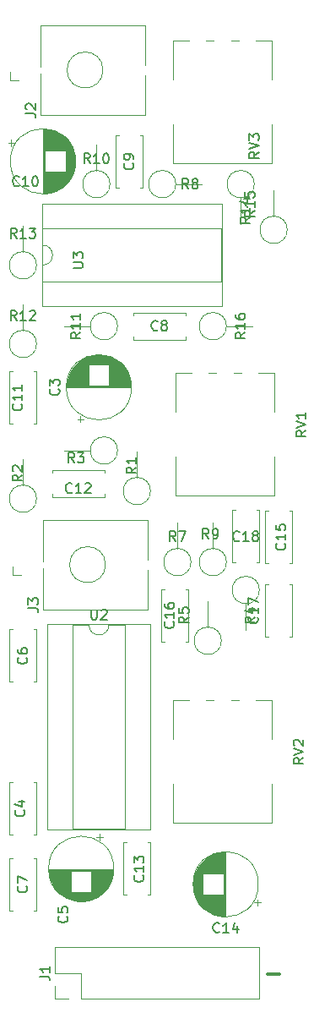
<source format=gbr>
G04 #@! TF.GenerationSoftware,KiCad,Pcbnew,(5.1.0)-1*
G04 #@! TF.CreationDate,2019-04-22T00:29:16-04:00*
G04 #@! TF.ProjectId,delay,64656c61-792e-46b6-9963-61645f706362,rev?*
G04 #@! TF.SameCoordinates,Original*
G04 #@! TF.FileFunction,Legend,Top*
G04 #@! TF.FilePolarity,Positive*
%FSLAX46Y46*%
G04 Gerber Fmt 4.6, Leading zero omitted, Abs format (unit mm)*
G04 Created by KiCad (PCBNEW (5.1.0)-1) date 2019-04-22 00:29:16*
%MOMM*%
%LPD*%
G04 APERTURE LIST*
%ADD10C,0.300000*%
%ADD11C,0.120000*%
%ADD12C,0.150000*%
G04 APERTURE END LIST*
D10*
X79311428Y-145141142D02*
X78168571Y-145141142D01*
D11*
X56836000Y-147634000D02*
X56836000Y-146304000D01*
X58166000Y-147634000D02*
X56836000Y-147634000D01*
X56836000Y-145034000D02*
X56836000Y-142434000D01*
X59436000Y-145034000D02*
X56836000Y-145034000D01*
X59436000Y-147634000D02*
X59436000Y-145034000D01*
X56836000Y-142434000D02*
X77276000Y-142434000D01*
X59436000Y-147634000D02*
X77276000Y-147634000D01*
X77276000Y-147634000D02*
X77276000Y-142434000D01*
X55506000Y-68012000D02*
X55506000Y-78292000D01*
X73526000Y-68012000D02*
X55506000Y-68012000D01*
X73526000Y-78292000D02*
X73526000Y-68012000D01*
X55506000Y-78292000D02*
X73526000Y-78292000D01*
X55566000Y-70502000D02*
X55566000Y-72152000D01*
X73466000Y-70502000D02*
X55566000Y-70502000D01*
X73466000Y-75802000D02*
X73466000Y-70502000D01*
X55566000Y-75802000D02*
X73466000Y-75802000D01*
X55566000Y-74152000D02*
X55566000Y-75802000D01*
X55566000Y-72152000D02*
G75*
G02X55566000Y-74152000I0J-1000000D01*
G01*
X66354000Y-110116000D02*
X56074000Y-110116000D01*
X66354000Y-130676000D02*
X66354000Y-110116000D01*
X56074000Y-130676000D02*
X66354000Y-130676000D01*
X56074000Y-110116000D02*
X56074000Y-130676000D01*
X63864000Y-110176000D02*
X62214000Y-110176000D01*
X63864000Y-130616000D02*
X63864000Y-110176000D01*
X58564000Y-130616000D02*
X63864000Y-130616000D01*
X58564000Y-110176000D02*
X58564000Y-130616000D01*
X60214000Y-110176000D02*
X58564000Y-110176000D01*
X62214000Y-110176000D02*
G75*
G02X60214000Y-110176000I-1000000J0D01*
G01*
X78590000Y-63920000D02*
X68650000Y-63920000D01*
X70250000Y-51680000D02*
X68650000Y-51680000D01*
X72749000Y-51680000D02*
X71990000Y-51680000D01*
X75249000Y-51680000D02*
X74490000Y-51680000D01*
X78590000Y-51680000D02*
X76991000Y-51680000D01*
X68650000Y-60055000D02*
X68650000Y-63920000D01*
X68650000Y-51680000D02*
X68650000Y-55545000D01*
X78590000Y-60055000D02*
X78590000Y-63920000D01*
X78590000Y-51680000D02*
X78590000Y-55545000D01*
X78590000Y-129960000D02*
X68650000Y-129960000D01*
X70250000Y-117720000D02*
X68650000Y-117720000D01*
X72749000Y-117720000D02*
X71990000Y-117720000D01*
X75249000Y-117720000D02*
X74490000Y-117720000D01*
X78590000Y-117720000D02*
X76991000Y-117720000D01*
X68650000Y-126095000D02*
X68650000Y-129960000D01*
X68650000Y-117720000D02*
X68650000Y-121585000D01*
X78590000Y-126095000D02*
X78590000Y-129960000D01*
X78590000Y-117720000D02*
X78590000Y-121585000D01*
X78844000Y-97194000D02*
X68904000Y-97194000D01*
X70504000Y-84954000D02*
X68904000Y-84954000D01*
X73003000Y-84954000D02*
X72244000Y-84954000D01*
X75503000Y-84954000D02*
X74744000Y-84954000D01*
X78844000Y-84954000D02*
X77245000Y-84954000D01*
X68904000Y-93329000D02*
X68904000Y-97194000D01*
X68904000Y-84954000D02*
X68904000Y-88819000D01*
X78844000Y-93329000D02*
X78844000Y-97194000D01*
X78844000Y-84954000D02*
X78844000Y-88819000D01*
X74014000Y-80264000D02*
X76624000Y-80264000D01*
X74014000Y-80264000D02*
G75*
G03X74014000Y-80264000I-1370000J0D01*
G01*
X78740000Y-69242000D02*
X78740000Y-66632000D01*
X80110000Y-70612000D02*
G75*
G03X80110000Y-70612000I-1370000J0D01*
G01*
X75438000Y-67410000D02*
X75438000Y-70020000D01*
X76808000Y-66040000D02*
G75*
G03X76808000Y-66040000I-1370000J0D01*
G01*
X53594000Y-72798000D02*
X53594000Y-70188000D01*
X54964000Y-74168000D02*
G75*
G03X54964000Y-74168000I-1370000J0D01*
G01*
X53594000Y-80672000D02*
X53594000Y-78062000D01*
X54964000Y-82042000D02*
G75*
G03X54964000Y-82042000I-1370000J0D01*
G01*
X60352000Y-80264000D02*
X57742000Y-80264000D01*
X63092000Y-80264000D02*
G75*
G03X63092000Y-80264000I-1370000J0D01*
G01*
X60960000Y-64670000D02*
X60960000Y-62060000D01*
X62330000Y-66040000D02*
G75*
G03X62330000Y-66040000I-1370000J0D01*
G01*
X72644000Y-102516000D02*
X72644000Y-99906000D01*
X74014000Y-103886000D02*
G75*
G03X74014000Y-103886000I-1370000J0D01*
G01*
X68934000Y-66040000D02*
X71544000Y-66040000D01*
X68934000Y-66040000D02*
G75*
G03X68934000Y-66040000I-1370000J0D01*
G01*
X69088000Y-102516000D02*
X69088000Y-99906000D01*
X70458000Y-103886000D02*
G75*
G03X70458000Y-103886000I-1370000J0D01*
G01*
X72136000Y-110390000D02*
X72136000Y-107780000D01*
X73506000Y-111760000D02*
G75*
G03X73506000Y-111760000I-1370000J0D01*
G01*
X75946000Y-108050000D02*
X75946000Y-110660000D01*
X77316000Y-106680000D02*
G75*
G03X77316000Y-106680000I-1370000J0D01*
G01*
X60352000Y-92710000D02*
X57742000Y-92710000D01*
X63092000Y-92710000D02*
G75*
G03X63092000Y-92710000I-1370000J0D01*
G01*
X53594000Y-96166000D02*
X53594000Y-93556000D01*
X54964000Y-97536000D02*
G75*
G03X54964000Y-97536000I-1370000J0D01*
G01*
X65024000Y-95404000D02*
X65024000Y-92794000D01*
X66394000Y-96774000D02*
G75*
G03X66394000Y-96774000I-1370000J0D01*
G01*
X52594000Y-105200000D02*
X52594000Y-104340000D01*
X52594000Y-105200000D02*
X53394000Y-105200000D01*
X61874000Y-104140000D02*
G75*
G03X61874000Y-104140000I-1800000J0D01*
G01*
X55574000Y-104490000D02*
X55574000Y-108640000D01*
X55574000Y-99640000D02*
X55574000Y-103790000D01*
X66074000Y-104640000D02*
X66074000Y-108640000D01*
X66074000Y-99640000D02*
X66074000Y-103640000D01*
X55574000Y-99640000D02*
X66074000Y-99640000D01*
X55574000Y-108640000D02*
X66074000Y-108640000D01*
X52340000Y-55670000D02*
X52340000Y-54810000D01*
X52340000Y-55670000D02*
X53140000Y-55670000D01*
X61620000Y-54610000D02*
G75*
G03X61620000Y-54610000I-1800000J0D01*
G01*
X55320000Y-54960000D02*
X55320000Y-59110000D01*
X55320000Y-50110000D02*
X55320000Y-54260000D01*
X65820000Y-55110000D02*
X65820000Y-59110000D01*
X65820000Y-50110000D02*
X65820000Y-54110000D01*
X55320000Y-50110000D02*
X65820000Y-50110000D01*
X55320000Y-59110000D02*
X65820000Y-59110000D01*
X74891000Y-103926000D02*
X74576000Y-103926000D01*
X77316000Y-103926000D02*
X77001000Y-103926000D01*
X74891000Y-98686000D02*
X74576000Y-98686000D01*
X77316000Y-98686000D02*
X77001000Y-98686000D01*
X74576000Y-98686000D02*
X74576000Y-103926000D01*
X77316000Y-98686000D02*
X77316000Y-103926000D01*
X80303000Y-106132000D02*
X80618000Y-106132000D01*
X77878000Y-106132000D02*
X78193000Y-106132000D01*
X80303000Y-111372000D02*
X80618000Y-111372000D01*
X77878000Y-111372000D02*
X78193000Y-111372000D01*
X80618000Y-111372000D02*
X80618000Y-106132000D01*
X77878000Y-111372000D02*
X77878000Y-106132000D01*
X69889000Y-106640000D02*
X70204000Y-106640000D01*
X67464000Y-106640000D02*
X67779000Y-106640000D01*
X69889000Y-111880000D02*
X70204000Y-111880000D01*
X67464000Y-111880000D02*
X67779000Y-111880000D01*
X70204000Y-111880000D02*
X70204000Y-106640000D01*
X67464000Y-111880000D02*
X67464000Y-106640000D01*
X80303000Y-98766000D02*
X80618000Y-98766000D01*
X77878000Y-98766000D02*
X78193000Y-98766000D01*
X80303000Y-104006000D02*
X80618000Y-104006000D01*
X77878000Y-104006000D02*
X78193000Y-104006000D01*
X80618000Y-104006000D02*
X80618000Y-98766000D01*
X77878000Y-104006000D02*
X77878000Y-98766000D01*
X77119241Y-138298000D02*
X77119241Y-137668000D01*
X77434241Y-137983000D02*
X76804241Y-137983000D01*
X70693000Y-136546000D02*
X70693000Y-135742000D01*
X70733000Y-136777000D02*
X70733000Y-135511000D01*
X70773000Y-136946000D02*
X70773000Y-135342000D01*
X70813000Y-137084000D02*
X70813000Y-135204000D01*
X70853000Y-137203000D02*
X70853000Y-135085000D01*
X70893000Y-137309000D02*
X70893000Y-134979000D01*
X70933000Y-137406000D02*
X70933000Y-134882000D01*
X70973000Y-137494000D02*
X70973000Y-134794000D01*
X71013000Y-137576000D02*
X71013000Y-134712000D01*
X71053000Y-137653000D02*
X71053000Y-134635000D01*
X71093000Y-137725000D02*
X71093000Y-134563000D01*
X71133000Y-137794000D02*
X71133000Y-134494000D01*
X71173000Y-137858000D02*
X71173000Y-134430000D01*
X71213000Y-137920000D02*
X71213000Y-134368000D01*
X71253000Y-137978000D02*
X71253000Y-134310000D01*
X71293000Y-138034000D02*
X71293000Y-134254000D01*
X71333000Y-138088000D02*
X71333000Y-134200000D01*
X71373000Y-138139000D02*
X71373000Y-134149000D01*
X71413000Y-138188000D02*
X71413000Y-134100000D01*
X71453000Y-138236000D02*
X71453000Y-134052000D01*
X71493000Y-138281000D02*
X71493000Y-134007000D01*
X71533000Y-138326000D02*
X71533000Y-133962000D01*
X71573000Y-138368000D02*
X71573000Y-133920000D01*
X71613000Y-138409000D02*
X71613000Y-133879000D01*
X71653000Y-135104000D02*
X71653000Y-133839000D01*
X71653000Y-138449000D02*
X71653000Y-137184000D01*
X71693000Y-135104000D02*
X71693000Y-133801000D01*
X71693000Y-138487000D02*
X71693000Y-137184000D01*
X71733000Y-135104000D02*
X71733000Y-133764000D01*
X71733000Y-138524000D02*
X71733000Y-137184000D01*
X71773000Y-135104000D02*
X71773000Y-133728000D01*
X71773000Y-138560000D02*
X71773000Y-137184000D01*
X71813000Y-135104000D02*
X71813000Y-133694000D01*
X71813000Y-138594000D02*
X71813000Y-137184000D01*
X71853000Y-135104000D02*
X71853000Y-133660000D01*
X71853000Y-138628000D02*
X71853000Y-137184000D01*
X71893000Y-135104000D02*
X71893000Y-133628000D01*
X71893000Y-138660000D02*
X71893000Y-137184000D01*
X71933000Y-135104000D02*
X71933000Y-133596000D01*
X71933000Y-138692000D02*
X71933000Y-137184000D01*
X71973000Y-135104000D02*
X71973000Y-133566000D01*
X71973000Y-138722000D02*
X71973000Y-137184000D01*
X72013000Y-135104000D02*
X72013000Y-133537000D01*
X72013000Y-138751000D02*
X72013000Y-137184000D01*
X72053000Y-135104000D02*
X72053000Y-133508000D01*
X72053000Y-138780000D02*
X72053000Y-137184000D01*
X72093000Y-135104000D02*
X72093000Y-133480000D01*
X72093000Y-138808000D02*
X72093000Y-137184000D01*
X72133000Y-135104000D02*
X72133000Y-133454000D01*
X72133000Y-138834000D02*
X72133000Y-137184000D01*
X72173000Y-135104000D02*
X72173000Y-133428000D01*
X72173000Y-138860000D02*
X72173000Y-137184000D01*
X72213000Y-135104000D02*
X72213000Y-133402000D01*
X72213000Y-138886000D02*
X72213000Y-137184000D01*
X72253000Y-135104000D02*
X72253000Y-133378000D01*
X72253000Y-138910000D02*
X72253000Y-137184000D01*
X72293000Y-135104000D02*
X72293000Y-133354000D01*
X72293000Y-138934000D02*
X72293000Y-137184000D01*
X72333000Y-135104000D02*
X72333000Y-133332000D01*
X72333000Y-138956000D02*
X72333000Y-137184000D01*
X72373000Y-135104000D02*
X72373000Y-133310000D01*
X72373000Y-138978000D02*
X72373000Y-137184000D01*
X72413000Y-135104000D02*
X72413000Y-133288000D01*
X72413000Y-139000000D02*
X72413000Y-137184000D01*
X72453000Y-135104000D02*
X72453000Y-133268000D01*
X72453000Y-139020000D02*
X72453000Y-137184000D01*
X72493000Y-135104000D02*
X72493000Y-133248000D01*
X72493000Y-139040000D02*
X72493000Y-137184000D01*
X72533000Y-135104000D02*
X72533000Y-133228000D01*
X72533000Y-139060000D02*
X72533000Y-137184000D01*
X72573000Y-135104000D02*
X72573000Y-133210000D01*
X72573000Y-139078000D02*
X72573000Y-137184000D01*
X72613000Y-135104000D02*
X72613000Y-133192000D01*
X72613000Y-139096000D02*
X72613000Y-137184000D01*
X72653000Y-135104000D02*
X72653000Y-133174000D01*
X72653000Y-139114000D02*
X72653000Y-137184000D01*
X72693000Y-135104000D02*
X72693000Y-133158000D01*
X72693000Y-139130000D02*
X72693000Y-137184000D01*
X72733000Y-135104000D02*
X72733000Y-133142000D01*
X72733000Y-139146000D02*
X72733000Y-137184000D01*
X72773000Y-135104000D02*
X72773000Y-133126000D01*
X72773000Y-139162000D02*
X72773000Y-137184000D01*
X72813000Y-135104000D02*
X72813000Y-133111000D01*
X72813000Y-139177000D02*
X72813000Y-137184000D01*
X72853000Y-135104000D02*
X72853000Y-133097000D01*
X72853000Y-139191000D02*
X72853000Y-137184000D01*
X72893000Y-135104000D02*
X72893000Y-133083000D01*
X72893000Y-139205000D02*
X72893000Y-137184000D01*
X72933000Y-135104000D02*
X72933000Y-133070000D01*
X72933000Y-139218000D02*
X72933000Y-137184000D01*
X72973000Y-135104000D02*
X72973000Y-133058000D01*
X72973000Y-139230000D02*
X72973000Y-137184000D01*
X73013000Y-135104000D02*
X73013000Y-133046000D01*
X73013000Y-139242000D02*
X73013000Y-137184000D01*
X73053000Y-135104000D02*
X73053000Y-133034000D01*
X73053000Y-139254000D02*
X73053000Y-137184000D01*
X73093000Y-135104000D02*
X73093000Y-133023000D01*
X73093000Y-139265000D02*
X73093000Y-137184000D01*
X73133000Y-135104000D02*
X73133000Y-133013000D01*
X73133000Y-139275000D02*
X73133000Y-137184000D01*
X73173000Y-135104000D02*
X73173000Y-133003000D01*
X73173000Y-139285000D02*
X73173000Y-137184000D01*
X73213000Y-135104000D02*
X73213000Y-132994000D01*
X73213000Y-139294000D02*
X73213000Y-137184000D01*
X73254000Y-135104000D02*
X73254000Y-132985000D01*
X73254000Y-139303000D02*
X73254000Y-137184000D01*
X73294000Y-135104000D02*
X73294000Y-132977000D01*
X73294000Y-139311000D02*
X73294000Y-137184000D01*
X73334000Y-135104000D02*
X73334000Y-132969000D01*
X73334000Y-139319000D02*
X73334000Y-137184000D01*
X73374000Y-135104000D02*
X73374000Y-132962000D01*
X73374000Y-139326000D02*
X73374000Y-137184000D01*
X73414000Y-135104000D02*
X73414000Y-132955000D01*
X73414000Y-139333000D02*
X73414000Y-137184000D01*
X73454000Y-135104000D02*
X73454000Y-132949000D01*
X73454000Y-139339000D02*
X73454000Y-137184000D01*
X73494000Y-135104000D02*
X73494000Y-132943000D01*
X73494000Y-139345000D02*
X73494000Y-137184000D01*
X73534000Y-135104000D02*
X73534000Y-132938000D01*
X73534000Y-139350000D02*
X73534000Y-137184000D01*
X73574000Y-135104000D02*
X73574000Y-132933000D01*
X73574000Y-139355000D02*
X73574000Y-137184000D01*
X73614000Y-135104000D02*
X73614000Y-132929000D01*
X73614000Y-139359000D02*
X73614000Y-137184000D01*
X73654000Y-135104000D02*
X73654000Y-132926000D01*
X73654000Y-139362000D02*
X73654000Y-137184000D01*
X73694000Y-135104000D02*
X73694000Y-132922000D01*
X73694000Y-139366000D02*
X73694000Y-137184000D01*
X73734000Y-139368000D02*
X73734000Y-132920000D01*
X73774000Y-139371000D02*
X73774000Y-132917000D01*
X73814000Y-139372000D02*
X73814000Y-132916000D01*
X73854000Y-139374000D02*
X73854000Y-132914000D01*
X73894000Y-139374000D02*
X73894000Y-132914000D01*
X73934000Y-139374000D02*
X73934000Y-132914000D01*
X77204000Y-136144000D02*
G75*
G03X77204000Y-136144000I-3270000J0D01*
G01*
X63969000Y-137200000D02*
X63654000Y-137200000D01*
X66394000Y-137200000D02*
X66079000Y-137200000D01*
X63969000Y-131960000D02*
X63654000Y-131960000D01*
X66394000Y-131960000D02*
X66079000Y-131960000D01*
X63654000Y-131960000D02*
X63654000Y-137200000D01*
X66394000Y-131960000D02*
X66394000Y-137200000D01*
X61762000Y-97067000D02*
X61762000Y-97382000D01*
X61762000Y-94642000D02*
X61762000Y-94957000D01*
X56522000Y-97067000D02*
X56522000Y-97382000D01*
X56522000Y-94642000D02*
X56522000Y-94957000D01*
X56522000Y-97382000D02*
X61762000Y-97382000D01*
X56522000Y-94642000D02*
X61762000Y-94642000D01*
X54649000Y-84796000D02*
X54964000Y-84796000D01*
X52224000Y-84796000D02*
X52539000Y-84796000D01*
X54649000Y-90036000D02*
X54964000Y-90036000D01*
X52224000Y-90036000D02*
X52539000Y-90036000D01*
X54964000Y-90036000D02*
X54964000Y-84796000D01*
X52224000Y-90036000D02*
X52224000Y-84796000D01*
X52420759Y-61600000D02*
X52420759Y-62230000D01*
X52105759Y-61915000D02*
X52735759Y-61915000D01*
X58847000Y-63352000D02*
X58847000Y-64156000D01*
X58807000Y-63121000D02*
X58807000Y-64387000D01*
X58767000Y-62952000D02*
X58767000Y-64556000D01*
X58727000Y-62814000D02*
X58727000Y-64694000D01*
X58687000Y-62695000D02*
X58687000Y-64813000D01*
X58647000Y-62589000D02*
X58647000Y-64919000D01*
X58607000Y-62492000D02*
X58607000Y-65016000D01*
X58567000Y-62404000D02*
X58567000Y-65104000D01*
X58527000Y-62322000D02*
X58527000Y-65186000D01*
X58487000Y-62245000D02*
X58487000Y-65263000D01*
X58447000Y-62173000D02*
X58447000Y-65335000D01*
X58407000Y-62104000D02*
X58407000Y-65404000D01*
X58367000Y-62040000D02*
X58367000Y-65468000D01*
X58327000Y-61978000D02*
X58327000Y-65530000D01*
X58287000Y-61920000D02*
X58287000Y-65588000D01*
X58247000Y-61864000D02*
X58247000Y-65644000D01*
X58207000Y-61810000D02*
X58207000Y-65698000D01*
X58167000Y-61759000D02*
X58167000Y-65749000D01*
X58127000Y-61710000D02*
X58127000Y-65798000D01*
X58087000Y-61662000D02*
X58087000Y-65846000D01*
X58047000Y-61617000D02*
X58047000Y-65891000D01*
X58007000Y-61572000D02*
X58007000Y-65936000D01*
X57967000Y-61530000D02*
X57967000Y-65978000D01*
X57927000Y-61489000D02*
X57927000Y-66019000D01*
X57887000Y-64794000D02*
X57887000Y-66059000D01*
X57887000Y-61449000D02*
X57887000Y-62714000D01*
X57847000Y-64794000D02*
X57847000Y-66097000D01*
X57847000Y-61411000D02*
X57847000Y-62714000D01*
X57807000Y-64794000D02*
X57807000Y-66134000D01*
X57807000Y-61374000D02*
X57807000Y-62714000D01*
X57767000Y-64794000D02*
X57767000Y-66170000D01*
X57767000Y-61338000D02*
X57767000Y-62714000D01*
X57727000Y-64794000D02*
X57727000Y-66204000D01*
X57727000Y-61304000D02*
X57727000Y-62714000D01*
X57687000Y-64794000D02*
X57687000Y-66238000D01*
X57687000Y-61270000D02*
X57687000Y-62714000D01*
X57647000Y-64794000D02*
X57647000Y-66270000D01*
X57647000Y-61238000D02*
X57647000Y-62714000D01*
X57607000Y-64794000D02*
X57607000Y-66302000D01*
X57607000Y-61206000D02*
X57607000Y-62714000D01*
X57567000Y-64794000D02*
X57567000Y-66332000D01*
X57567000Y-61176000D02*
X57567000Y-62714000D01*
X57527000Y-64794000D02*
X57527000Y-66361000D01*
X57527000Y-61147000D02*
X57527000Y-62714000D01*
X57487000Y-64794000D02*
X57487000Y-66390000D01*
X57487000Y-61118000D02*
X57487000Y-62714000D01*
X57447000Y-64794000D02*
X57447000Y-66418000D01*
X57447000Y-61090000D02*
X57447000Y-62714000D01*
X57407000Y-64794000D02*
X57407000Y-66444000D01*
X57407000Y-61064000D02*
X57407000Y-62714000D01*
X57367000Y-64794000D02*
X57367000Y-66470000D01*
X57367000Y-61038000D02*
X57367000Y-62714000D01*
X57327000Y-64794000D02*
X57327000Y-66496000D01*
X57327000Y-61012000D02*
X57327000Y-62714000D01*
X57287000Y-64794000D02*
X57287000Y-66520000D01*
X57287000Y-60988000D02*
X57287000Y-62714000D01*
X57247000Y-64794000D02*
X57247000Y-66544000D01*
X57247000Y-60964000D02*
X57247000Y-62714000D01*
X57207000Y-64794000D02*
X57207000Y-66566000D01*
X57207000Y-60942000D02*
X57207000Y-62714000D01*
X57167000Y-64794000D02*
X57167000Y-66588000D01*
X57167000Y-60920000D02*
X57167000Y-62714000D01*
X57127000Y-64794000D02*
X57127000Y-66610000D01*
X57127000Y-60898000D02*
X57127000Y-62714000D01*
X57087000Y-64794000D02*
X57087000Y-66630000D01*
X57087000Y-60878000D02*
X57087000Y-62714000D01*
X57047000Y-64794000D02*
X57047000Y-66650000D01*
X57047000Y-60858000D02*
X57047000Y-62714000D01*
X57007000Y-64794000D02*
X57007000Y-66670000D01*
X57007000Y-60838000D02*
X57007000Y-62714000D01*
X56967000Y-64794000D02*
X56967000Y-66688000D01*
X56967000Y-60820000D02*
X56967000Y-62714000D01*
X56927000Y-64794000D02*
X56927000Y-66706000D01*
X56927000Y-60802000D02*
X56927000Y-62714000D01*
X56887000Y-64794000D02*
X56887000Y-66724000D01*
X56887000Y-60784000D02*
X56887000Y-62714000D01*
X56847000Y-64794000D02*
X56847000Y-66740000D01*
X56847000Y-60768000D02*
X56847000Y-62714000D01*
X56807000Y-64794000D02*
X56807000Y-66756000D01*
X56807000Y-60752000D02*
X56807000Y-62714000D01*
X56767000Y-64794000D02*
X56767000Y-66772000D01*
X56767000Y-60736000D02*
X56767000Y-62714000D01*
X56727000Y-64794000D02*
X56727000Y-66787000D01*
X56727000Y-60721000D02*
X56727000Y-62714000D01*
X56687000Y-64794000D02*
X56687000Y-66801000D01*
X56687000Y-60707000D02*
X56687000Y-62714000D01*
X56647000Y-64794000D02*
X56647000Y-66815000D01*
X56647000Y-60693000D02*
X56647000Y-62714000D01*
X56607000Y-64794000D02*
X56607000Y-66828000D01*
X56607000Y-60680000D02*
X56607000Y-62714000D01*
X56567000Y-64794000D02*
X56567000Y-66840000D01*
X56567000Y-60668000D02*
X56567000Y-62714000D01*
X56527000Y-64794000D02*
X56527000Y-66852000D01*
X56527000Y-60656000D02*
X56527000Y-62714000D01*
X56487000Y-64794000D02*
X56487000Y-66864000D01*
X56487000Y-60644000D02*
X56487000Y-62714000D01*
X56447000Y-64794000D02*
X56447000Y-66875000D01*
X56447000Y-60633000D02*
X56447000Y-62714000D01*
X56407000Y-64794000D02*
X56407000Y-66885000D01*
X56407000Y-60623000D02*
X56407000Y-62714000D01*
X56367000Y-64794000D02*
X56367000Y-66895000D01*
X56367000Y-60613000D02*
X56367000Y-62714000D01*
X56327000Y-64794000D02*
X56327000Y-66904000D01*
X56327000Y-60604000D02*
X56327000Y-62714000D01*
X56286000Y-64794000D02*
X56286000Y-66913000D01*
X56286000Y-60595000D02*
X56286000Y-62714000D01*
X56246000Y-64794000D02*
X56246000Y-66921000D01*
X56246000Y-60587000D02*
X56246000Y-62714000D01*
X56206000Y-64794000D02*
X56206000Y-66929000D01*
X56206000Y-60579000D02*
X56206000Y-62714000D01*
X56166000Y-64794000D02*
X56166000Y-66936000D01*
X56166000Y-60572000D02*
X56166000Y-62714000D01*
X56126000Y-64794000D02*
X56126000Y-66943000D01*
X56126000Y-60565000D02*
X56126000Y-62714000D01*
X56086000Y-64794000D02*
X56086000Y-66949000D01*
X56086000Y-60559000D02*
X56086000Y-62714000D01*
X56046000Y-64794000D02*
X56046000Y-66955000D01*
X56046000Y-60553000D02*
X56046000Y-62714000D01*
X56006000Y-64794000D02*
X56006000Y-66960000D01*
X56006000Y-60548000D02*
X56006000Y-62714000D01*
X55966000Y-64794000D02*
X55966000Y-66965000D01*
X55966000Y-60543000D02*
X55966000Y-62714000D01*
X55926000Y-64794000D02*
X55926000Y-66969000D01*
X55926000Y-60539000D02*
X55926000Y-62714000D01*
X55886000Y-64794000D02*
X55886000Y-66972000D01*
X55886000Y-60536000D02*
X55886000Y-62714000D01*
X55846000Y-64794000D02*
X55846000Y-66976000D01*
X55846000Y-60532000D02*
X55846000Y-62714000D01*
X55806000Y-60530000D02*
X55806000Y-66978000D01*
X55766000Y-60527000D02*
X55766000Y-66981000D01*
X55726000Y-60526000D02*
X55726000Y-66982000D01*
X55686000Y-60524000D02*
X55686000Y-66984000D01*
X55646000Y-60524000D02*
X55646000Y-66984000D01*
X55606000Y-60524000D02*
X55606000Y-66984000D01*
X58876000Y-63754000D02*
G75*
G03X58876000Y-63754000I-3270000J0D01*
G01*
X65317000Y-61174000D02*
X65632000Y-61174000D01*
X62892000Y-61174000D02*
X63207000Y-61174000D01*
X65317000Y-66414000D02*
X65632000Y-66414000D01*
X62892000Y-66414000D02*
X63207000Y-66414000D01*
X65632000Y-66414000D02*
X65632000Y-61174000D01*
X62892000Y-66414000D02*
X62892000Y-61174000D01*
X69890000Y-81319000D02*
X69890000Y-81634000D01*
X69890000Y-78894000D02*
X69890000Y-79209000D01*
X64650000Y-81319000D02*
X64650000Y-81634000D01*
X64650000Y-78894000D02*
X64650000Y-79209000D01*
X64650000Y-81634000D02*
X69890000Y-81634000D01*
X64650000Y-78894000D02*
X69890000Y-78894000D01*
X54649000Y-133564000D02*
X54964000Y-133564000D01*
X52224000Y-133564000D02*
X52539000Y-133564000D01*
X54649000Y-138804000D02*
X54964000Y-138804000D01*
X52224000Y-138804000D02*
X52539000Y-138804000D01*
X54964000Y-138804000D02*
X54964000Y-133564000D01*
X52224000Y-138804000D02*
X52224000Y-133564000D01*
X52539000Y-115864000D02*
X52224000Y-115864000D01*
X54964000Y-115864000D02*
X54649000Y-115864000D01*
X52539000Y-110624000D02*
X52224000Y-110624000D01*
X54964000Y-110624000D02*
X54649000Y-110624000D01*
X52224000Y-110624000D02*
X52224000Y-115864000D01*
X54964000Y-110624000D02*
X54964000Y-115864000D01*
X61590000Y-131414759D02*
X60960000Y-131414759D01*
X61275000Y-131099759D02*
X61275000Y-131729759D01*
X59838000Y-137841000D02*
X59034000Y-137841000D01*
X60069000Y-137801000D02*
X58803000Y-137801000D01*
X60238000Y-137761000D02*
X58634000Y-137761000D01*
X60376000Y-137721000D02*
X58496000Y-137721000D01*
X60495000Y-137681000D02*
X58377000Y-137681000D01*
X60601000Y-137641000D02*
X58271000Y-137641000D01*
X60698000Y-137601000D02*
X58174000Y-137601000D01*
X60786000Y-137561000D02*
X58086000Y-137561000D01*
X60868000Y-137521000D02*
X58004000Y-137521000D01*
X60945000Y-137481000D02*
X57927000Y-137481000D01*
X61017000Y-137441000D02*
X57855000Y-137441000D01*
X61086000Y-137401000D02*
X57786000Y-137401000D01*
X61150000Y-137361000D02*
X57722000Y-137361000D01*
X61212000Y-137321000D02*
X57660000Y-137321000D01*
X61270000Y-137281000D02*
X57602000Y-137281000D01*
X61326000Y-137241000D02*
X57546000Y-137241000D01*
X61380000Y-137201000D02*
X57492000Y-137201000D01*
X61431000Y-137161000D02*
X57441000Y-137161000D01*
X61480000Y-137121000D02*
X57392000Y-137121000D01*
X61528000Y-137081000D02*
X57344000Y-137081000D01*
X61573000Y-137041000D02*
X57299000Y-137041000D01*
X61618000Y-137001000D02*
X57254000Y-137001000D01*
X61660000Y-136961000D02*
X57212000Y-136961000D01*
X61701000Y-136921000D02*
X57171000Y-136921000D01*
X58396000Y-136881000D02*
X57131000Y-136881000D01*
X61741000Y-136881000D02*
X60476000Y-136881000D01*
X58396000Y-136841000D02*
X57093000Y-136841000D01*
X61779000Y-136841000D02*
X60476000Y-136841000D01*
X58396000Y-136801000D02*
X57056000Y-136801000D01*
X61816000Y-136801000D02*
X60476000Y-136801000D01*
X58396000Y-136761000D02*
X57020000Y-136761000D01*
X61852000Y-136761000D02*
X60476000Y-136761000D01*
X58396000Y-136721000D02*
X56986000Y-136721000D01*
X61886000Y-136721000D02*
X60476000Y-136721000D01*
X58396000Y-136681000D02*
X56952000Y-136681000D01*
X61920000Y-136681000D02*
X60476000Y-136681000D01*
X58396000Y-136641000D02*
X56920000Y-136641000D01*
X61952000Y-136641000D02*
X60476000Y-136641000D01*
X58396000Y-136601000D02*
X56888000Y-136601000D01*
X61984000Y-136601000D02*
X60476000Y-136601000D01*
X58396000Y-136561000D02*
X56858000Y-136561000D01*
X62014000Y-136561000D02*
X60476000Y-136561000D01*
X58396000Y-136521000D02*
X56829000Y-136521000D01*
X62043000Y-136521000D02*
X60476000Y-136521000D01*
X58396000Y-136481000D02*
X56800000Y-136481000D01*
X62072000Y-136481000D02*
X60476000Y-136481000D01*
X58396000Y-136441000D02*
X56772000Y-136441000D01*
X62100000Y-136441000D02*
X60476000Y-136441000D01*
X58396000Y-136401000D02*
X56746000Y-136401000D01*
X62126000Y-136401000D02*
X60476000Y-136401000D01*
X58396000Y-136361000D02*
X56720000Y-136361000D01*
X62152000Y-136361000D02*
X60476000Y-136361000D01*
X58396000Y-136321000D02*
X56694000Y-136321000D01*
X62178000Y-136321000D02*
X60476000Y-136321000D01*
X58396000Y-136281000D02*
X56670000Y-136281000D01*
X62202000Y-136281000D02*
X60476000Y-136281000D01*
X58396000Y-136241000D02*
X56646000Y-136241000D01*
X62226000Y-136241000D02*
X60476000Y-136241000D01*
X58396000Y-136201000D02*
X56624000Y-136201000D01*
X62248000Y-136201000D02*
X60476000Y-136201000D01*
X58396000Y-136161000D02*
X56602000Y-136161000D01*
X62270000Y-136161000D02*
X60476000Y-136161000D01*
X58396000Y-136121000D02*
X56580000Y-136121000D01*
X62292000Y-136121000D02*
X60476000Y-136121000D01*
X58396000Y-136081000D02*
X56560000Y-136081000D01*
X62312000Y-136081000D02*
X60476000Y-136081000D01*
X58396000Y-136041000D02*
X56540000Y-136041000D01*
X62332000Y-136041000D02*
X60476000Y-136041000D01*
X58396000Y-136001000D02*
X56520000Y-136001000D01*
X62352000Y-136001000D02*
X60476000Y-136001000D01*
X58396000Y-135961000D02*
X56502000Y-135961000D01*
X62370000Y-135961000D02*
X60476000Y-135961000D01*
X58396000Y-135921000D02*
X56484000Y-135921000D01*
X62388000Y-135921000D02*
X60476000Y-135921000D01*
X58396000Y-135881000D02*
X56466000Y-135881000D01*
X62406000Y-135881000D02*
X60476000Y-135881000D01*
X58396000Y-135841000D02*
X56450000Y-135841000D01*
X62422000Y-135841000D02*
X60476000Y-135841000D01*
X58396000Y-135801000D02*
X56434000Y-135801000D01*
X62438000Y-135801000D02*
X60476000Y-135801000D01*
X58396000Y-135761000D02*
X56418000Y-135761000D01*
X62454000Y-135761000D02*
X60476000Y-135761000D01*
X58396000Y-135721000D02*
X56403000Y-135721000D01*
X62469000Y-135721000D02*
X60476000Y-135721000D01*
X58396000Y-135681000D02*
X56389000Y-135681000D01*
X62483000Y-135681000D02*
X60476000Y-135681000D01*
X58396000Y-135641000D02*
X56375000Y-135641000D01*
X62497000Y-135641000D02*
X60476000Y-135641000D01*
X58396000Y-135601000D02*
X56362000Y-135601000D01*
X62510000Y-135601000D02*
X60476000Y-135601000D01*
X58396000Y-135561000D02*
X56350000Y-135561000D01*
X62522000Y-135561000D02*
X60476000Y-135561000D01*
X58396000Y-135521000D02*
X56338000Y-135521000D01*
X62534000Y-135521000D02*
X60476000Y-135521000D01*
X58396000Y-135481000D02*
X56326000Y-135481000D01*
X62546000Y-135481000D02*
X60476000Y-135481000D01*
X58396000Y-135441000D02*
X56315000Y-135441000D01*
X62557000Y-135441000D02*
X60476000Y-135441000D01*
X58396000Y-135401000D02*
X56305000Y-135401000D01*
X62567000Y-135401000D02*
X60476000Y-135401000D01*
X58396000Y-135361000D02*
X56295000Y-135361000D01*
X62577000Y-135361000D02*
X60476000Y-135361000D01*
X58396000Y-135321000D02*
X56286000Y-135321000D01*
X62586000Y-135321000D02*
X60476000Y-135321000D01*
X58396000Y-135280000D02*
X56277000Y-135280000D01*
X62595000Y-135280000D02*
X60476000Y-135280000D01*
X58396000Y-135240000D02*
X56269000Y-135240000D01*
X62603000Y-135240000D02*
X60476000Y-135240000D01*
X58396000Y-135200000D02*
X56261000Y-135200000D01*
X62611000Y-135200000D02*
X60476000Y-135200000D01*
X58396000Y-135160000D02*
X56254000Y-135160000D01*
X62618000Y-135160000D02*
X60476000Y-135160000D01*
X58396000Y-135120000D02*
X56247000Y-135120000D01*
X62625000Y-135120000D02*
X60476000Y-135120000D01*
X58396000Y-135080000D02*
X56241000Y-135080000D01*
X62631000Y-135080000D02*
X60476000Y-135080000D01*
X58396000Y-135040000D02*
X56235000Y-135040000D01*
X62637000Y-135040000D02*
X60476000Y-135040000D01*
X58396000Y-135000000D02*
X56230000Y-135000000D01*
X62642000Y-135000000D02*
X60476000Y-135000000D01*
X58396000Y-134960000D02*
X56225000Y-134960000D01*
X62647000Y-134960000D02*
X60476000Y-134960000D01*
X58396000Y-134920000D02*
X56221000Y-134920000D01*
X62651000Y-134920000D02*
X60476000Y-134920000D01*
X58396000Y-134880000D02*
X56218000Y-134880000D01*
X62654000Y-134880000D02*
X60476000Y-134880000D01*
X58396000Y-134840000D02*
X56214000Y-134840000D01*
X62658000Y-134840000D02*
X60476000Y-134840000D01*
X62660000Y-134800000D02*
X56212000Y-134800000D01*
X62663000Y-134760000D02*
X56209000Y-134760000D01*
X62664000Y-134720000D02*
X56208000Y-134720000D01*
X62666000Y-134680000D02*
X56206000Y-134680000D01*
X62666000Y-134640000D02*
X56206000Y-134640000D01*
X62666000Y-134600000D02*
X56206000Y-134600000D01*
X62706000Y-134600000D02*
G75*
G03X62706000Y-134600000I-3270000J0D01*
G01*
X54649000Y-125944000D02*
X54964000Y-125944000D01*
X52224000Y-125944000D02*
X52539000Y-125944000D01*
X54649000Y-131184000D02*
X54964000Y-131184000D01*
X52224000Y-131184000D02*
X52539000Y-131184000D01*
X54964000Y-131184000D02*
X54964000Y-125944000D01*
X52224000Y-131184000D02*
X52224000Y-125944000D01*
X59060000Y-89565241D02*
X59690000Y-89565241D01*
X59375000Y-89880241D02*
X59375000Y-89250241D01*
X60812000Y-83139000D02*
X61616000Y-83139000D01*
X60581000Y-83179000D02*
X61847000Y-83179000D01*
X60412000Y-83219000D02*
X62016000Y-83219000D01*
X60274000Y-83259000D02*
X62154000Y-83259000D01*
X60155000Y-83299000D02*
X62273000Y-83299000D01*
X60049000Y-83339000D02*
X62379000Y-83339000D01*
X59952000Y-83379000D02*
X62476000Y-83379000D01*
X59864000Y-83419000D02*
X62564000Y-83419000D01*
X59782000Y-83459000D02*
X62646000Y-83459000D01*
X59705000Y-83499000D02*
X62723000Y-83499000D01*
X59633000Y-83539000D02*
X62795000Y-83539000D01*
X59564000Y-83579000D02*
X62864000Y-83579000D01*
X59500000Y-83619000D02*
X62928000Y-83619000D01*
X59438000Y-83659000D02*
X62990000Y-83659000D01*
X59380000Y-83699000D02*
X63048000Y-83699000D01*
X59324000Y-83739000D02*
X63104000Y-83739000D01*
X59270000Y-83779000D02*
X63158000Y-83779000D01*
X59219000Y-83819000D02*
X63209000Y-83819000D01*
X59170000Y-83859000D02*
X63258000Y-83859000D01*
X59122000Y-83899000D02*
X63306000Y-83899000D01*
X59077000Y-83939000D02*
X63351000Y-83939000D01*
X59032000Y-83979000D02*
X63396000Y-83979000D01*
X58990000Y-84019000D02*
X63438000Y-84019000D01*
X58949000Y-84059000D02*
X63479000Y-84059000D01*
X62254000Y-84099000D02*
X63519000Y-84099000D01*
X58909000Y-84099000D02*
X60174000Y-84099000D01*
X62254000Y-84139000D02*
X63557000Y-84139000D01*
X58871000Y-84139000D02*
X60174000Y-84139000D01*
X62254000Y-84179000D02*
X63594000Y-84179000D01*
X58834000Y-84179000D02*
X60174000Y-84179000D01*
X62254000Y-84219000D02*
X63630000Y-84219000D01*
X58798000Y-84219000D02*
X60174000Y-84219000D01*
X62254000Y-84259000D02*
X63664000Y-84259000D01*
X58764000Y-84259000D02*
X60174000Y-84259000D01*
X62254000Y-84299000D02*
X63698000Y-84299000D01*
X58730000Y-84299000D02*
X60174000Y-84299000D01*
X62254000Y-84339000D02*
X63730000Y-84339000D01*
X58698000Y-84339000D02*
X60174000Y-84339000D01*
X62254000Y-84379000D02*
X63762000Y-84379000D01*
X58666000Y-84379000D02*
X60174000Y-84379000D01*
X62254000Y-84419000D02*
X63792000Y-84419000D01*
X58636000Y-84419000D02*
X60174000Y-84419000D01*
X62254000Y-84459000D02*
X63821000Y-84459000D01*
X58607000Y-84459000D02*
X60174000Y-84459000D01*
X62254000Y-84499000D02*
X63850000Y-84499000D01*
X58578000Y-84499000D02*
X60174000Y-84499000D01*
X62254000Y-84539000D02*
X63878000Y-84539000D01*
X58550000Y-84539000D02*
X60174000Y-84539000D01*
X62254000Y-84579000D02*
X63904000Y-84579000D01*
X58524000Y-84579000D02*
X60174000Y-84579000D01*
X62254000Y-84619000D02*
X63930000Y-84619000D01*
X58498000Y-84619000D02*
X60174000Y-84619000D01*
X62254000Y-84659000D02*
X63956000Y-84659000D01*
X58472000Y-84659000D02*
X60174000Y-84659000D01*
X62254000Y-84699000D02*
X63980000Y-84699000D01*
X58448000Y-84699000D02*
X60174000Y-84699000D01*
X62254000Y-84739000D02*
X64004000Y-84739000D01*
X58424000Y-84739000D02*
X60174000Y-84739000D01*
X62254000Y-84779000D02*
X64026000Y-84779000D01*
X58402000Y-84779000D02*
X60174000Y-84779000D01*
X62254000Y-84819000D02*
X64048000Y-84819000D01*
X58380000Y-84819000D02*
X60174000Y-84819000D01*
X62254000Y-84859000D02*
X64070000Y-84859000D01*
X58358000Y-84859000D02*
X60174000Y-84859000D01*
X62254000Y-84899000D02*
X64090000Y-84899000D01*
X58338000Y-84899000D02*
X60174000Y-84899000D01*
X62254000Y-84939000D02*
X64110000Y-84939000D01*
X58318000Y-84939000D02*
X60174000Y-84939000D01*
X62254000Y-84979000D02*
X64130000Y-84979000D01*
X58298000Y-84979000D02*
X60174000Y-84979000D01*
X62254000Y-85019000D02*
X64148000Y-85019000D01*
X58280000Y-85019000D02*
X60174000Y-85019000D01*
X62254000Y-85059000D02*
X64166000Y-85059000D01*
X58262000Y-85059000D02*
X60174000Y-85059000D01*
X62254000Y-85099000D02*
X64184000Y-85099000D01*
X58244000Y-85099000D02*
X60174000Y-85099000D01*
X62254000Y-85139000D02*
X64200000Y-85139000D01*
X58228000Y-85139000D02*
X60174000Y-85139000D01*
X62254000Y-85179000D02*
X64216000Y-85179000D01*
X58212000Y-85179000D02*
X60174000Y-85179000D01*
X62254000Y-85219000D02*
X64232000Y-85219000D01*
X58196000Y-85219000D02*
X60174000Y-85219000D01*
X62254000Y-85259000D02*
X64247000Y-85259000D01*
X58181000Y-85259000D02*
X60174000Y-85259000D01*
X62254000Y-85299000D02*
X64261000Y-85299000D01*
X58167000Y-85299000D02*
X60174000Y-85299000D01*
X62254000Y-85339000D02*
X64275000Y-85339000D01*
X58153000Y-85339000D02*
X60174000Y-85339000D01*
X62254000Y-85379000D02*
X64288000Y-85379000D01*
X58140000Y-85379000D02*
X60174000Y-85379000D01*
X62254000Y-85419000D02*
X64300000Y-85419000D01*
X58128000Y-85419000D02*
X60174000Y-85419000D01*
X62254000Y-85459000D02*
X64312000Y-85459000D01*
X58116000Y-85459000D02*
X60174000Y-85459000D01*
X62254000Y-85499000D02*
X64324000Y-85499000D01*
X58104000Y-85499000D02*
X60174000Y-85499000D01*
X62254000Y-85539000D02*
X64335000Y-85539000D01*
X58093000Y-85539000D02*
X60174000Y-85539000D01*
X62254000Y-85579000D02*
X64345000Y-85579000D01*
X58083000Y-85579000D02*
X60174000Y-85579000D01*
X62254000Y-85619000D02*
X64355000Y-85619000D01*
X58073000Y-85619000D02*
X60174000Y-85619000D01*
X62254000Y-85659000D02*
X64364000Y-85659000D01*
X58064000Y-85659000D02*
X60174000Y-85659000D01*
X62254000Y-85700000D02*
X64373000Y-85700000D01*
X58055000Y-85700000D02*
X60174000Y-85700000D01*
X62254000Y-85740000D02*
X64381000Y-85740000D01*
X58047000Y-85740000D02*
X60174000Y-85740000D01*
X62254000Y-85780000D02*
X64389000Y-85780000D01*
X58039000Y-85780000D02*
X60174000Y-85780000D01*
X62254000Y-85820000D02*
X64396000Y-85820000D01*
X58032000Y-85820000D02*
X60174000Y-85820000D01*
X62254000Y-85860000D02*
X64403000Y-85860000D01*
X58025000Y-85860000D02*
X60174000Y-85860000D01*
X62254000Y-85900000D02*
X64409000Y-85900000D01*
X58019000Y-85900000D02*
X60174000Y-85900000D01*
X62254000Y-85940000D02*
X64415000Y-85940000D01*
X58013000Y-85940000D02*
X60174000Y-85940000D01*
X62254000Y-85980000D02*
X64420000Y-85980000D01*
X58008000Y-85980000D02*
X60174000Y-85980000D01*
X62254000Y-86020000D02*
X64425000Y-86020000D01*
X58003000Y-86020000D02*
X60174000Y-86020000D01*
X62254000Y-86060000D02*
X64429000Y-86060000D01*
X57999000Y-86060000D02*
X60174000Y-86060000D01*
X62254000Y-86100000D02*
X64432000Y-86100000D01*
X57996000Y-86100000D02*
X60174000Y-86100000D01*
X62254000Y-86140000D02*
X64436000Y-86140000D01*
X57992000Y-86140000D02*
X60174000Y-86140000D01*
X57990000Y-86180000D02*
X64438000Y-86180000D01*
X57987000Y-86220000D02*
X64441000Y-86220000D01*
X57986000Y-86260000D02*
X64442000Y-86260000D01*
X57984000Y-86300000D02*
X64444000Y-86300000D01*
X57984000Y-86340000D02*
X64444000Y-86340000D01*
X57984000Y-86380000D02*
X64444000Y-86380000D01*
X64484000Y-86380000D02*
G75*
G03X64484000Y-86380000I-3270000J0D01*
G01*
D12*
X55288380Y-145367333D02*
X56002666Y-145367333D01*
X56145523Y-145414952D01*
X56240761Y-145510190D01*
X56288380Y-145653047D01*
X56288380Y-145748285D01*
X56288380Y-144367333D02*
X56288380Y-144938761D01*
X56288380Y-144653047D02*
X55288380Y-144653047D01*
X55431238Y-144748285D01*
X55526476Y-144843523D01*
X55574095Y-144938761D01*
X58634380Y-74421904D02*
X59443904Y-74421904D01*
X59539142Y-74374285D01*
X59586761Y-74326666D01*
X59634380Y-74231428D01*
X59634380Y-74040952D01*
X59586761Y-73945714D01*
X59539142Y-73898095D01*
X59443904Y-73850476D01*
X58634380Y-73850476D01*
X58634380Y-73469523D02*
X58634380Y-72850476D01*
X59015333Y-73183809D01*
X59015333Y-73040952D01*
X59062952Y-72945714D01*
X59110571Y-72898095D01*
X59205809Y-72850476D01*
X59443904Y-72850476D01*
X59539142Y-72898095D01*
X59586761Y-72945714D01*
X59634380Y-73040952D01*
X59634380Y-73326666D01*
X59586761Y-73421904D01*
X59539142Y-73469523D01*
X60452095Y-108628380D02*
X60452095Y-109437904D01*
X60499714Y-109533142D01*
X60547333Y-109580761D01*
X60642571Y-109628380D01*
X60833047Y-109628380D01*
X60928285Y-109580761D01*
X60975904Y-109533142D01*
X61023523Y-109437904D01*
X61023523Y-108628380D01*
X61452095Y-108723619D02*
X61499714Y-108676000D01*
X61594952Y-108628380D01*
X61833047Y-108628380D01*
X61928285Y-108676000D01*
X61975904Y-108723619D01*
X62023523Y-108818857D01*
X62023523Y-108914095D01*
X61975904Y-109056952D01*
X61404476Y-109628380D01*
X62023523Y-109628380D01*
X77287380Y-62825238D02*
X76811190Y-63158571D01*
X77287380Y-63396666D02*
X76287380Y-63396666D01*
X76287380Y-63015714D01*
X76335000Y-62920476D01*
X76382619Y-62872857D01*
X76477857Y-62825238D01*
X76620714Y-62825238D01*
X76715952Y-62872857D01*
X76763571Y-62920476D01*
X76811190Y-63015714D01*
X76811190Y-63396666D01*
X76287380Y-62539523D02*
X77287380Y-62206190D01*
X76287380Y-61872857D01*
X76287380Y-61634761D02*
X76287380Y-61015714D01*
X76668333Y-61349047D01*
X76668333Y-61206190D01*
X76715952Y-61110952D01*
X76763571Y-61063333D01*
X76858809Y-61015714D01*
X77096904Y-61015714D01*
X77192142Y-61063333D01*
X77239761Y-61110952D01*
X77287380Y-61206190D01*
X77287380Y-61491904D01*
X77239761Y-61587142D01*
X77192142Y-61634761D01*
X81722380Y-123485238D02*
X81246190Y-123818571D01*
X81722380Y-124056666D02*
X80722380Y-124056666D01*
X80722380Y-123675714D01*
X80770000Y-123580476D01*
X80817619Y-123532857D01*
X80912857Y-123485238D01*
X81055714Y-123485238D01*
X81150952Y-123532857D01*
X81198571Y-123580476D01*
X81246190Y-123675714D01*
X81246190Y-124056666D01*
X80722380Y-123199523D02*
X81722380Y-122866190D01*
X80722380Y-122532857D01*
X80817619Y-122247142D02*
X80770000Y-122199523D01*
X80722380Y-122104285D01*
X80722380Y-121866190D01*
X80770000Y-121770952D01*
X80817619Y-121723333D01*
X80912857Y-121675714D01*
X81008095Y-121675714D01*
X81150952Y-121723333D01*
X81722380Y-122294761D01*
X81722380Y-121675714D01*
X81976380Y-90719238D02*
X81500190Y-91052571D01*
X81976380Y-91290666D02*
X80976380Y-91290666D01*
X80976380Y-90909714D01*
X81024000Y-90814476D01*
X81071619Y-90766857D01*
X81166857Y-90719238D01*
X81309714Y-90719238D01*
X81404952Y-90766857D01*
X81452571Y-90814476D01*
X81500190Y-90909714D01*
X81500190Y-91290666D01*
X80976380Y-90433523D02*
X81976380Y-90100190D01*
X80976380Y-89766857D01*
X81976380Y-88909714D02*
X81976380Y-89481142D01*
X81976380Y-89195428D02*
X80976380Y-89195428D01*
X81119238Y-89290666D01*
X81214476Y-89385904D01*
X81262095Y-89481142D01*
X75890380Y-80906857D02*
X75414190Y-81240190D01*
X75890380Y-81478285D02*
X74890380Y-81478285D01*
X74890380Y-81097333D01*
X74938000Y-81002095D01*
X74985619Y-80954476D01*
X75080857Y-80906857D01*
X75223714Y-80906857D01*
X75318952Y-80954476D01*
X75366571Y-81002095D01*
X75414190Y-81097333D01*
X75414190Y-81478285D01*
X75890380Y-79954476D02*
X75890380Y-80525904D01*
X75890380Y-80240190D02*
X74890380Y-80240190D01*
X75033238Y-80335428D01*
X75128476Y-80430666D01*
X75176095Y-80525904D01*
X74890380Y-79097333D02*
X74890380Y-79287809D01*
X74938000Y-79383047D01*
X74985619Y-79430666D01*
X75128476Y-79525904D01*
X75318952Y-79573523D01*
X75699904Y-79573523D01*
X75795142Y-79525904D01*
X75842761Y-79478285D01*
X75890380Y-79383047D01*
X75890380Y-79192571D01*
X75842761Y-79097333D01*
X75795142Y-79049714D01*
X75699904Y-79002095D01*
X75461809Y-79002095D01*
X75366571Y-79049714D01*
X75318952Y-79097333D01*
X75271333Y-79192571D01*
X75271333Y-79383047D01*
X75318952Y-79478285D01*
X75366571Y-79525904D01*
X75461809Y-79573523D01*
X76822380Y-68714857D02*
X76346190Y-69048190D01*
X76822380Y-69286285D02*
X75822380Y-69286285D01*
X75822380Y-68905333D01*
X75870000Y-68810095D01*
X75917619Y-68762476D01*
X76012857Y-68714857D01*
X76155714Y-68714857D01*
X76250952Y-68762476D01*
X76298571Y-68810095D01*
X76346190Y-68905333D01*
X76346190Y-69286285D01*
X76822380Y-67762476D02*
X76822380Y-68333904D01*
X76822380Y-68048190D02*
X75822380Y-68048190D01*
X75965238Y-68143428D01*
X76060476Y-68238666D01*
X76108095Y-68333904D01*
X75822380Y-66857714D02*
X75822380Y-67333904D01*
X76298571Y-67381523D01*
X76250952Y-67333904D01*
X76203333Y-67238666D01*
X76203333Y-67000571D01*
X76250952Y-66905333D01*
X76298571Y-66857714D01*
X76393809Y-66810095D01*
X76631904Y-66810095D01*
X76727142Y-66857714D01*
X76774761Y-66905333D01*
X76822380Y-67000571D01*
X76822380Y-67238666D01*
X76774761Y-67333904D01*
X76727142Y-67381523D01*
X76398380Y-69349857D02*
X75922190Y-69683190D01*
X76398380Y-69921285D02*
X75398380Y-69921285D01*
X75398380Y-69540333D01*
X75446000Y-69445095D01*
X75493619Y-69397476D01*
X75588857Y-69349857D01*
X75731714Y-69349857D01*
X75826952Y-69397476D01*
X75874571Y-69445095D01*
X75922190Y-69540333D01*
X75922190Y-69921285D01*
X76398380Y-68397476D02*
X76398380Y-68968904D01*
X76398380Y-68683190D02*
X75398380Y-68683190D01*
X75541238Y-68778428D01*
X75636476Y-68873666D01*
X75684095Y-68968904D01*
X75731714Y-67540333D02*
X76398380Y-67540333D01*
X75350761Y-67778428D02*
X76065047Y-68016523D01*
X76065047Y-67397476D01*
X52951142Y-71445380D02*
X52617809Y-70969190D01*
X52379714Y-71445380D02*
X52379714Y-70445380D01*
X52760666Y-70445380D01*
X52855904Y-70493000D01*
X52903523Y-70540619D01*
X52951142Y-70635857D01*
X52951142Y-70778714D01*
X52903523Y-70873952D01*
X52855904Y-70921571D01*
X52760666Y-70969190D01*
X52379714Y-70969190D01*
X53903523Y-71445380D02*
X53332095Y-71445380D01*
X53617809Y-71445380D02*
X53617809Y-70445380D01*
X53522571Y-70588238D01*
X53427333Y-70683476D01*
X53332095Y-70731095D01*
X54236857Y-70445380D02*
X54855904Y-70445380D01*
X54522571Y-70826333D01*
X54665428Y-70826333D01*
X54760666Y-70873952D01*
X54808285Y-70921571D01*
X54855904Y-71016809D01*
X54855904Y-71254904D01*
X54808285Y-71350142D01*
X54760666Y-71397761D01*
X54665428Y-71445380D01*
X54379714Y-71445380D01*
X54284476Y-71397761D01*
X54236857Y-71350142D01*
X52951142Y-79700380D02*
X52617809Y-79224190D01*
X52379714Y-79700380D02*
X52379714Y-78700380D01*
X52760666Y-78700380D01*
X52855904Y-78748000D01*
X52903523Y-78795619D01*
X52951142Y-78890857D01*
X52951142Y-79033714D01*
X52903523Y-79128952D01*
X52855904Y-79176571D01*
X52760666Y-79224190D01*
X52379714Y-79224190D01*
X53903523Y-79700380D02*
X53332095Y-79700380D01*
X53617809Y-79700380D02*
X53617809Y-78700380D01*
X53522571Y-78843238D01*
X53427333Y-78938476D01*
X53332095Y-78986095D01*
X54284476Y-78795619D02*
X54332095Y-78748000D01*
X54427333Y-78700380D01*
X54665428Y-78700380D01*
X54760666Y-78748000D01*
X54808285Y-78795619D01*
X54855904Y-78890857D01*
X54855904Y-78986095D01*
X54808285Y-79128952D01*
X54236857Y-79700380D01*
X54855904Y-79700380D01*
X59380380Y-80906857D02*
X58904190Y-81240190D01*
X59380380Y-81478285D02*
X58380380Y-81478285D01*
X58380380Y-81097333D01*
X58428000Y-81002095D01*
X58475619Y-80954476D01*
X58570857Y-80906857D01*
X58713714Y-80906857D01*
X58808952Y-80954476D01*
X58856571Y-81002095D01*
X58904190Y-81097333D01*
X58904190Y-81478285D01*
X59380380Y-79954476D02*
X59380380Y-80525904D01*
X59380380Y-80240190D02*
X58380380Y-80240190D01*
X58523238Y-80335428D01*
X58618476Y-80430666D01*
X58666095Y-80525904D01*
X59380380Y-79002095D02*
X59380380Y-79573523D01*
X59380380Y-79287809D02*
X58380380Y-79287809D01*
X58523238Y-79383047D01*
X58618476Y-79478285D01*
X58666095Y-79573523D01*
X60317142Y-63952380D02*
X59983809Y-63476190D01*
X59745714Y-63952380D02*
X59745714Y-62952380D01*
X60126666Y-62952380D01*
X60221904Y-63000000D01*
X60269523Y-63047619D01*
X60317142Y-63142857D01*
X60317142Y-63285714D01*
X60269523Y-63380952D01*
X60221904Y-63428571D01*
X60126666Y-63476190D01*
X59745714Y-63476190D01*
X61269523Y-63952380D02*
X60698095Y-63952380D01*
X60983809Y-63952380D02*
X60983809Y-62952380D01*
X60888571Y-63095238D01*
X60793333Y-63190476D01*
X60698095Y-63238095D01*
X61888571Y-62952380D02*
X61983809Y-62952380D01*
X62079047Y-63000000D01*
X62126666Y-63047619D01*
X62174285Y-63142857D01*
X62221904Y-63333333D01*
X62221904Y-63571428D01*
X62174285Y-63761904D01*
X62126666Y-63857142D01*
X62079047Y-63904761D01*
X61983809Y-63952380D01*
X61888571Y-63952380D01*
X61793333Y-63904761D01*
X61745714Y-63857142D01*
X61698095Y-63761904D01*
X61650476Y-63571428D01*
X61650476Y-63333333D01*
X61698095Y-63142857D01*
X61745714Y-63047619D01*
X61793333Y-63000000D01*
X61888571Y-62952380D01*
X72223333Y-101544380D02*
X71890000Y-101068190D01*
X71651904Y-101544380D02*
X71651904Y-100544380D01*
X72032857Y-100544380D01*
X72128095Y-100592000D01*
X72175714Y-100639619D01*
X72223333Y-100734857D01*
X72223333Y-100877714D01*
X72175714Y-100972952D01*
X72128095Y-101020571D01*
X72032857Y-101068190D01*
X71651904Y-101068190D01*
X72699523Y-101544380D02*
X72890000Y-101544380D01*
X72985238Y-101496761D01*
X73032857Y-101449142D01*
X73128095Y-101306285D01*
X73175714Y-101115809D01*
X73175714Y-100734857D01*
X73128095Y-100639619D01*
X73080476Y-100592000D01*
X72985238Y-100544380D01*
X72794761Y-100544380D01*
X72699523Y-100592000D01*
X72651904Y-100639619D01*
X72604285Y-100734857D01*
X72604285Y-100972952D01*
X72651904Y-101068190D01*
X72699523Y-101115809D01*
X72794761Y-101163428D01*
X72985238Y-101163428D01*
X73080476Y-101115809D01*
X73128095Y-101068190D01*
X73175714Y-100972952D01*
X70191333Y-66492380D02*
X69858000Y-66016190D01*
X69619904Y-66492380D02*
X69619904Y-65492380D01*
X70000857Y-65492380D01*
X70096095Y-65540000D01*
X70143714Y-65587619D01*
X70191333Y-65682857D01*
X70191333Y-65825714D01*
X70143714Y-65920952D01*
X70096095Y-65968571D01*
X70000857Y-66016190D01*
X69619904Y-66016190D01*
X70762761Y-65920952D02*
X70667523Y-65873333D01*
X70619904Y-65825714D01*
X70572285Y-65730476D01*
X70572285Y-65682857D01*
X70619904Y-65587619D01*
X70667523Y-65540000D01*
X70762761Y-65492380D01*
X70953238Y-65492380D01*
X71048476Y-65540000D01*
X71096095Y-65587619D01*
X71143714Y-65682857D01*
X71143714Y-65730476D01*
X71096095Y-65825714D01*
X71048476Y-65873333D01*
X70953238Y-65920952D01*
X70762761Y-65920952D01*
X70667523Y-65968571D01*
X70619904Y-66016190D01*
X70572285Y-66111428D01*
X70572285Y-66301904D01*
X70619904Y-66397142D01*
X70667523Y-66444761D01*
X70762761Y-66492380D01*
X70953238Y-66492380D01*
X71048476Y-66444761D01*
X71096095Y-66397142D01*
X71143714Y-66301904D01*
X71143714Y-66111428D01*
X71096095Y-66016190D01*
X71048476Y-65968571D01*
X70953238Y-65920952D01*
X68921333Y-101798380D02*
X68588000Y-101322190D01*
X68349904Y-101798380D02*
X68349904Y-100798380D01*
X68730857Y-100798380D01*
X68826095Y-100846000D01*
X68873714Y-100893619D01*
X68921333Y-100988857D01*
X68921333Y-101131714D01*
X68873714Y-101226952D01*
X68826095Y-101274571D01*
X68730857Y-101322190D01*
X68349904Y-101322190D01*
X69254666Y-100798380D02*
X69921333Y-100798380D01*
X69492761Y-101798380D01*
X70218380Y-109386666D02*
X69742190Y-109720000D01*
X70218380Y-109958095D02*
X69218380Y-109958095D01*
X69218380Y-109577142D01*
X69266000Y-109481904D01*
X69313619Y-109434285D01*
X69408857Y-109386666D01*
X69551714Y-109386666D01*
X69646952Y-109434285D01*
X69694571Y-109481904D01*
X69742190Y-109577142D01*
X69742190Y-109958095D01*
X69218380Y-108481904D02*
X69218380Y-108958095D01*
X69694571Y-109005714D01*
X69646952Y-108958095D01*
X69599333Y-108862857D01*
X69599333Y-108624761D01*
X69646952Y-108529523D01*
X69694571Y-108481904D01*
X69789809Y-108434285D01*
X70027904Y-108434285D01*
X70123142Y-108481904D01*
X70170761Y-108529523D01*
X70218380Y-108624761D01*
X70218380Y-108862857D01*
X70170761Y-108958095D01*
X70123142Y-109005714D01*
X76906380Y-109386666D02*
X76430190Y-109720000D01*
X76906380Y-109958095D02*
X75906380Y-109958095D01*
X75906380Y-109577142D01*
X75954000Y-109481904D01*
X76001619Y-109434285D01*
X76096857Y-109386666D01*
X76239714Y-109386666D01*
X76334952Y-109434285D01*
X76382571Y-109481904D01*
X76430190Y-109577142D01*
X76430190Y-109958095D01*
X76239714Y-108529523D02*
X76906380Y-108529523D01*
X75858761Y-108767619D02*
X76573047Y-109005714D01*
X76573047Y-108386666D01*
X58761333Y-93924380D02*
X58428000Y-93448190D01*
X58189904Y-93924380D02*
X58189904Y-92924380D01*
X58570857Y-92924380D01*
X58666095Y-92972000D01*
X58713714Y-93019619D01*
X58761333Y-93114857D01*
X58761333Y-93257714D01*
X58713714Y-93352952D01*
X58666095Y-93400571D01*
X58570857Y-93448190D01*
X58189904Y-93448190D01*
X59094666Y-92924380D02*
X59713714Y-92924380D01*
X59380380Y-93305333D01*
X59523238Y-93305333D01*
X59618476Y-93352952D01*
X59666095Y-93400571D01*
X59713714Y-93495809D01*
X59713714Y-93733904D01*
X59666095Y-93829142D01*
X59618476Y-93876761D01*
X59523238Y-93924380D01*
X59237523Y-93924380D01*
X59142285Y-93876761D01*
X59094666Y-93829142D01*
X53538380Y-95162666D02*
X53062190Y-95496000D01*
X53538380Y-95734095D02*
X52538380Y-95734095D01*
X52538380Y-95353142D01*
X52586000Y-95257904D01*
X52633619Y-95210285D01*
X52728857Y-95162666D01*
X52871714Y-95162666D01*
X52966952Y-95210285D01*
X53014571Y-95257904D01*
X53062190Y-95353142D01*
X53062190Y-95734095D01*
X52633619Y-94781714D02*
X52586000Y-94734095D01*
X52538380Y-94638857D01*
X52538380Y-94400761D01*
X52586000Y-94305523D01*
X52633619Y-94257904D01*
X52728857Y-94210285D01*
X52824095Y-94210285D01*
X52966952Y-94257904D01*
X53538380Y-94829333D01*
X53538380Y-94210285D01*
X64968380Y-94400666D02*
X64492190Y-94734000D01*
X64968380Y-94972095D02*
X63968380Y-94972095D01*
X63968380Y-94591142D01*
X64016000Y-94495904D01*
X64063619Y-94448285D01*
X64158857Y-94400666D01*
X64301714Y-94400666D01*
X64396952Y-94448285D01*
X64444571Y-94495904D01*
X64492190Y-94591142D01*
X64492190Y-94972095D01*
X64968380Y-93448285D02*
X64968380Y-94019714D01*
X64968380Y-93734000D02*
X63968380Y-93734000D01*
X64111238Y-93829238D01*
X64206476Y-93924476D01*
X64254095Y-94019714D01*
X54126380Y-108503333D02*
X54840666Y-108503333D01*
X54983523Y-108550952D01*
X55078761Y-108646190D01*
X55126380Y-108789047D01*
X55126380Y-108884285D01*
X54126380Y-108122380D02*
X54126380Y-107503333D01*
X54507333Y-107836666D01*
X54507333Y-107693809D01*
X54554952Y-107598571D01*
X54602571Y-107550952D01*
X54697809Y-107503333D01*
X54935904Y-107503333D01*
X55031142Y-107550952D01*
X55078761Y-107598571D01*
X55126380Y-107693809D01*
X55126380Y-107979523D01*
X55078761Y-108074761D01*
X55031142Y-108122380D01*
X53872380Y-58973333D02*
X54586666Y-58973333D01*
X54729523Y-59020952D01*
X54824761Y-59116190D01*
X54872380Y-59259047D01*
X54872380Y-59354285D01*
X53967619Y-58544761D02*
X53920000Y-58497142D01*
X53872380Y-58401904D01*
X53872380Y-58163809D01*
X53920000Y-58068571D01*
X53967619Y-58020952D01*
X54062857Y-57973333D01*
X54158095Y-57973333D01*
X54300952Y-58020952D01*
X54872380Y-58592380D01*
X54872380Y-57973333D01*
X75303142Y-101703142D02*
X75255523Y-101750761D01*
X75112666Y-101798380D01*
X75017428Y-101798380D01*
X74874571Y-101750761D01*
X74779333Y-101655523D01*
X74731714Y-101560285D01*
X74684095Y-101369809D01*
X74684095Y-101226952D01*
X74731714Y-101036476D01*
X74779333Y-100941238D01*
X74874571Y-100846000D01*
X75017428Y-100798380D01*
X75112666Y-100798380D01*
X75255523Y-100846000D01*
X75303142Y-100893619D01*
X76255523Y-101798380D02*
X75684095Y-101798380D01*
X75969809Y-101798380D02*
X75969809Y-100798380D01*
X75874571Y-100941238D01*
X75779333Y-101036476D01*
X75684095Y-101084095D01*
X76826952Y-101226952D02*
X76731714Y-101179333D01*
X76684095Y-101131714D01*
X76636476Y-101036476D01*
X76636476Y-100988857D01*
X76684095Y-100893619D01*
X76731714Y-100846000D01*
X76826952Y-100798380D01*
X77017428Y-100798380D01*
X77112666Y-100846000D01*
X77160285Y-100893619D01*
X77207904Y-100988857D01*
X77207904Y-101036476D01*
X77160285Y-101131714D01*
X77112666Y-101179333D01*
X77017428Y-101226952D01*
X76826952Y-101226952D01*
X76731714Y-101274571D01*
X76684095Y-101322190D01*
X76636476Y-101417428D01*
X76636476Y-101607904D01*
X76684095Y-101703142D01*
X76731714Y-101750761D01*
X76826952Y-101798380D01*
X77017428Y-101798380D01*
X77112666Y-101750761D01*
X77160285Y-101703142D01*
X77207904Y-101607904D01*
X77207904Y-101417428D01*
X77160285Y-101322190D01*
X77112666Y-101274571D01*
X77017428Y-101226952D01*
X77105142Y-109394857D02*
X77152761Y-109442476D01*
X77200380Y-109585333D01*
X77200380Y-109680571D01*
X77152761Y-109823428D01*
X77057523Y-109918666D01*
X76962285Y-109966285D01*
X76771809Y-110013904D01*
X76628952Y-110013904D01*
X76438476Y-109966285D01*
X76343238Y-109918666D01*
X76248000Y-109823428D01*
X76200380Y-109680571D01*
X76200380Y-109585333D01*
X76248000Y-109442476D01*
X76295619Y-109394857D01*
X77200380Y-108442476D02*
X77200380Y-109013904D01*
X77200380Y-108728190D02*
X76200380Y-108728190D01*
X76343238Y-108823428D01*
X76438476Y-108918666D01*
X76486095Y-109013904D01*
X76200380Y-108109142D02*
X76200380Y-107442476D01*
X77200380Y-107871047D01*
X68683142Y-109862857D02*
X68730761Y-109910476D01*
X68778380Y-110053333D01*
X68778380Y-110148571D01*
X68730761Y-110291428D01*
X68635523Y-110386666D01*
X68540285Y-110434285D01*
X68349809Y-110481904D01*
X68206952Y-110481904D01*
X68016476Y-110434285D01*
X67921238Y-110386666D01*
X67826000Y-110291428D01*
X67778380Y-110148571D01*
X67778380Y-110053333D01*
X67826000Y-109910476D01*
X67873619Y-109862857D01*
X68778380Y-108910476D02*
X68778380Y-109481904D01*
X68778380Y-109196190D02*
X67778380Y-109196190D01*
X67921238Y-109291428D01*
X68016476Y-109386666D01*
X68064095Y-109481904D01*
X67778380Y-108053333D02*
X67778380Y-108243809D01*
X67826000Y-108339047D01*
X67873619Y-108386666D01*
X68016476Y-108481904D01*
X68206952Y-108529523D01*
X68587904Y-108529523D01*
X68683142Y-108481904D01*
X68730761Y-108434285D01*
X68778380Y-108339047D01*
X68778380Y-108148571D01*
X68730761Y-108053333D01*
X68683142Y-108005714D01*
X68587904Y-107958095D01*
X68349809Y-107958095D01*
X68254571Y-108005714D01*
X68206952Y-108053333D01*
X68159333Y-108148571D01*
X68159333Y-108339047D01*
X68206952Y-108434285D01*
X68254571Y-108481904D01*
X68349809Y-108529523D01*
X79859142Y-102028857D02*
X79906761Y-102076476D01*
X79954380Y-102219333D01*
X79954380Y-102314571D01*
X79906761Y-102457428D01*
X79811523Y-102552666D01*
X79716285Y-102600285D01*
X79525809Y-102647904D01*
X79382952Y-102647904D01*
X79192476Y-102600285D01*
X79097238Y-102552666D01*
X79002000Y-102457428D01*
X78954380Y-102314571D01*
X78954380Y-102219333D01*
X79002000Y-102076476D01*
X79049619Y-102028857D01*
X79954380Y-101076476D02*
X79954380Y-101647904D01*
X79954380Y-101362190D02*
X78954380Y-101362190D01*
X79097238Y-101457428D01*
X79192476Y-101552666D01*
X79240095Y-101647904D01*
X78954380Y-100171714D02*
X78954380Y-100647904D01*
X79430571Y-100695523D01*
X79382952Y-100647904D01*
X79335333Y-100552666D01*
X79335333Y-100314571D01*
X79382952Y-100219333D01*
X79430571Y-100171714D01*
X79525809Y-100124095D01*
X79763904Y-100124095D01*
X79859142Y-100171714D01*
X79906761Y-100219333D01*
X79954380Y-100314571D01*
X79954380Y-100552666D01*
X79906761Y-100647904D01*
X79859142Y-100695523D01*
X73291142Y-140901142D02*
X73243523Y-140948761D01*
X73100666Y-140996380D01*
X73005428Y-140996380D01*
X72862571Y-140948761D01*
X72767333Y-140853523D01*
X72719714Y-140758285D01*
X72672095Y-140567809D01*
X72672095Y-140424952D01*
X72719714Y-140234476D01*
X72767333Y-140139238D01*
X72862571Y-140044000D01*
X73005428Y-139996380D01*
X73100666Y-139996380D01*
X73243523Y-140044000D01*
X73291142Y-140091619D01*
X74243523Y-140996380D02*
X73672095Y-140996380D01*
X73957809Y-140996380D02*
X73957809Y-139996380D01*
X73862571Y-140139238D01*
X73767333Y-140234476D01*
X73672095Y-140282095D01*
X75100666Y-140329714D02*
X75100666Y-140996380D01*
X74862571Y-139948761D02*
X74624476Y-140663047D01*
X75243523Y-140663047D01*
X65635142Y-135262857D02*
X65682761Y-135310476D01*
X65730380Y-135453333D01*
X65730380Y-135548571D01*
X65682761Y-135691428D01*
X65587523Y-135786666D01*
X65492285Y-135834285D01*
X65301809Y-135881904D01*
X65158952Y-135881904D01*
X64968476Y-135834285D01*
X64873238Y-135786666D01*
X64778000Y-135691428D01*
X64730380Y-135548571D01*
X64730380Y-135453333D01*
X64778000Y-135310476D01*
X64825619Y-135262857D01*
X65730380Y-134310476D02*
X65730380Y-134881904D01*
X65730380Y-134596190D02*
X64730380Y-134596190D01*
X64873238Y-134691428D01*
X64968476Y-134786666D01*
X65016095Y-134881904D01*
X64730380Y-133977142D02*
X64730380Y-133358095D01*
X65111333Y-133691428D01*
X65111333Y-133548571D01*
X65158952Y-133453333D01*
X65206571Y-133405714D01*
X65301809Y-133358095D01*
X65539904Y-133358095D01*
X65635142Y-133405714D01*
X65682761Y-133453333D01*
X65730380Y-133548571D01*
X65730380Y-133834285D01*
X65682761Y-133929523D01*
X65635142Y-133977142D01*
X58499142Y-96877142D02*
X58451523Y-96924761D01*
X58308666Y-96972380D01*
X58213428Y-96972380D01*
X58070571Y-96924761D01*
X57975333Y-96829523D01*
X57927714Y-96734285D01*
X57880095Y-96543809D01*
X57880095Y-96400952D01*
X57927714Y-96210476D01*
X57975333Y-96115238D01*
X58070571Y-96020000D01*
X58213428Y-95972380D01*
X58308666Y-95972380D01*
X58451523Y-96020000D01*
X58499142Y-96067619D01*
X59451523Y-96972380D02*
X58880095Y-96972380D01*
X59165809Y-96972380D02*
X59165809Y-95972380D01*
X59070571Y-96115238D01*
X58975333Y-96210476D01*
X58880095Y-96258095D01*
X59832476Y-96067619D02*
X59880095Y-96020000D01*
X59975333Y-95972380D01*
X60213428Y-95972380D01*
X60308666Y-96020000D01*
X60356285Y-96067619D01*
X60403904Y-96162857D01*
X60403904Y-96258095D01*
X60356285Y-96400952D01*
X59784857Y-96972380D01*
X60403904Y-96972380D01*
X53443142Y-88058857D02*
X53490761Y-88106476D01*
X53538380Y-88249333D01*
X53538380Y-88344571D01*
X53490761Y-88487428D01*
X53395523Y-88582666D01*
X53300285Y-88630285D01*
X53109809Y-88677904D01*
X52966952Y-88677904D01*
X52776476Y-88630285D01*
X52681238Y-88582666D01*
X52586000Y-88487428D01*
X52538380Y-88344571D01*
X52538380Y-88249333D01*
X52586000Y-88106476D01*
X52633619Y-88058857D01*
X53538380Y-87106476D02*
X53538380Y-87677904D01*
X53538380Y-87392190D02*
X52538380Y-87392190D01*
X52681238Y-87487428D01*
X52776476Y-87582666D01*
X52824095Y-87677904D01*
X53538380Y-86154095D02*
X53538380Y-86725523D01*
X53538380Y-86439809D02*
X52538380Y-86439809D01*
X52681238Y-86535047D01*
X52776476Y-86630285D01*
X52824095Y-86725523D01*
X53205142Y-66143142D02*
X53157523Y-66190761D01*
X53014666Y-66238380D01*
X52919428Y-66238380D01*
X52776571Y-66190761D01*
X52681333Y-66095523D01*
X52633714Y-66000285D01*
X52586095Y-65809809D01*
X52586095Y-65666952D01*
X52633714Y-65476476D01*
X52681333Y-65381238D01*
X52776571Y-65286000D01*
X52919428Y-65238380D01*
X53014666Y-65238380D01*
X53157523Y-65286000D01*
X53205142Y-65333619D01*
X54157523Y-66238380D02*
X53586095Y-66238380D01*
X53871809Y-66238380D02*
X53871809Y-65238380D01*
X53776571Y-65381238D01*
X53681333Y-65476476D01*
X53586095Y-65524095D01*
X54776571Y-65238380D02*
X54871809Y-65238380D01*
X54967047Y-65286000D01*
X55014666Y-65333619D01*
X55062285Y-65428857D01*
X55109904Y-65619333D01*
X55109904Y-65857428D01*
X55062285Y-66047904D01*
X55014666Y-66143142D01*
X54967047Y-66190761D01*
X54871809Y-66238380D01*
X54776571Y-66238380D01*
X54681333Y-66190761D01*
X54633714Y-66143142D01*
X54586095Y-66047904D01*
X54538476Y-65857428D01*
X54538476Y-65619333D01*
X54586095Y-65428857D01*
X54633714Y-65333619D01*
X54681333Y-65286000D01*
X54776571Y-65238380D01*
X64619142Y-63960666D02*
X64666761Y-64008285D01*
X64714380Y-64151142D01*
X64714380Y-64246380D01*
X64666761Y-64389238D01*
X64571523Y-64484476D01*
X64476285Y-64532095D01*
X64285809Y-64579714D01*
X64142952Y-64579714D01*
X63952476Y-64532095D01*
X63857238Y-64484476D01*
X63762000Y-64389238D01*
X63714380Y-64246380D01*
X63714380Y-64151142D01*
X63762000Y-64008285D01*
X63809619Y-63960666D01*
X64714380Y-63484476D02*
X64714380Y-63294000D01*
X64666761Y-63198761D01*
X64619142Y-63151142D01*
X64476285Y-63055904D01*
X64285809Y-63008285D01*
X63904857Y-63008285D01*
X63809619Y-63055904D01*
X63762000Y-63103523D01*
X63714380Y-63198761D01*
X63714380Y-63389238D01*
X63762000Y-63484476D01*
X63809619Y-63532095D01*
X63904857Y-63579714D01*
X64142952Y-63579714D01*
X64238190Y-63532095D01*
X64285809Y-63484476D01*
X64333428Y-63389238D01*
X64333428Y-63198761D01*
X64285809Y-63103523D01*
X64238190Y-63055904D01*
X64142952Y-63008285D01*
X67103333Y-80621142D02*
X67055714Y-80668761D01*
X66912857Y-80716380D01*
X66817619Y-80716380D01*
X66674761Y-80668761D01*
X66579523Y-80573523D01*
X66531904Y-80478285D01*
X66484285Y-80287809D01*
X66484285Y-80144952D01*
X66531904Y-79954476D01*
X66579523Y-79859238D01*
X66674761Y-79764000D01*
X66817619Y-79716380D01*
X66912857Y-79716380D01*
X67055714Y-79764000D01*
X67103333Y-79811619D01*
X67674761Y-80144952D02*
X67579523Y-80097333D01*
X67531904Y-80049714D01*
X67484285Y-79954476D01*
X67484285Y-79906857D01*
X67531904Y-79811619D01*
X67579523Y-79764000D01*
X67674761Y-79716380D01*
X67865238Y-79716380D01*
X67960476Y-79764000D01*
X68008095Y-79811619D01*
X68055714Y-79906857D01*
X68055714Y-79954476D01*
X68008095Y-80049714D01*
X67960476Y-80097333D01*
X67865238Y-80144952D01*
X67674761Y-80144952D01*
X67579523Y-80192571D01*
X67531904Y-80240190D01*
X67484285Y-80335428D01*
X67484285Y-80525904D01*
X67531904Y-80621142D01*
X67579523Y-80668761D01*
X67674761Y-80716380D01*
X67865238Y-80716380D01*
X67960476Y-80668761D01*
X68008095Y-80621142D01*
X68055714Y-80525904D01*
X68055714Y-80335428D01*
X68008095Y-80240190D01*
X67960476Y-80192571D01*
X67865238Y-80144952D01*
X53951142Y-136350666D02*
X53998761Y-136398285D01*
X54046380Y-136541142D01*
X54046380Y-136636380D01*
X53998761Y-136779238D01*
X53903523Y-136874476D01*
X53808285Y-136922095D01*
X53617809Y-136969714D01*
X53474952Y-136969714D01*
X53284476Y-136922095D01*
X53189238Y-136874476D01*
X53094000Y-136779238D01*
X53046380Y-136636380D01*
X53046380Y-136541142D01*
X53094000Y-136398285D01*
X53141619Y-136350666D01*
X53046380Y-136017333D02*
X53046380Y-135350666D01*
X54046380Y-135779238D01*
X53951142Y-113450666D02*
X53998761Y-113498285D01*
X54046380Y-113641142D01*
X54046380Y-113736380D01*
X53998761Y-113879238D01*
X53903523Y-113974476D01*
X53808285Y-114022095D01*
X53617809Y-114069714D01*
X53474952Y-114069714D01*
X53284476Y-114022095D01*
X53189238Y-113974476D01*
X53094000Y-113879238D01*
X53046380Y-113736380D01*
X53046380Y-113641142D01*
X53094000Y-113498285D01*
X53141619Y-113450666D01*
X53046380Y-112593523D02*
X53046380Y-112784000D01*
X53094000Y-112879238D01*
X53141619Y-112926857D01*
X53284476Y-113022095D01*
X53474952Y-113069714D01*
X53855904Y-113069714D01*
X53951142Y-113022095D01*
X53998761Y-112974476D01*
X54046380Y-112879238D01*
X54046380Y-112688761D01*
X53998761Y-112593523D01*
X53951142Y-112545904D01*
X53855904Y-112498285D01*
X53617809Y-112498285D01*
X53522571Y-112545904D01*
X53474952Y-112593523D01*
X53427333Y-112688761D01*
X53427333Y-112879238D01*
X53474952Y-112974476D01*
X53522571Y-113022095D01*
X53617809Y-113069714D01*
X58015142Y-139358666D02*
X58062761Y-139406285D01*
X58110380Y-139549142D01*
X58110380Y-139644380D01*
X58062761Y-139787238D01*
X57967523Y-139882476D01*
X57872285Y-139930095D01*
X57681809Y-139977714D01*
X57538952Y-139977714D01*
X57348476Y-139930095D01*
X57253238Y-139882476D01*
X57158000Y-139787238D01*
X57110380Y-139644380D01*
X57110380Y-139549142D01*
X57158000Y-139406285D01*
X57205619Y-139358666D01*
X57110380Y-138453904D02*
X57110380Y-138930095D01*
X57586571Y-138977714D01*
X57538952Y-138930095D01*
X57491333Y-138834857D01*
X57491333Y-138596761D01*
X57538952Y-138501523D01*
X57586571Y-138453904D01*
X57681809Y-138406285D01*
X57919904Y-138406285D01*
X58015142Y-138453904D01*
X58062761Y-138501523D01*
X58110380Y-138596761D01*
X58110380Y-138834857D01*
X58062761Y-138930095D01*
X58015142Y-138977714D01*
X53697142Y-128730666D02*
X53744761Y-128778285D01*
X53792380Y-128921142D01*
X53792380Y-129016380D01*
X53744761Y-129159238D01*
X53649523Y-129254476D01*
X53554285Y-129302095D01*
X53363809Y-129349714D01*
X53220952Y-129349714D01*
X53030476Y-129302095D01*
X52935238Y-129254476D01*
X52840000Y-129159238D01*
X52792380Y-129016380D01*
X52792380Y-128921142D01*
X52840000Y-128778285D01*
X52887619Y-128730666D01*
X53125714Y-127873523D02*
X53792380Y-127873523D01*
X52744761Y-128111619D02*
X53459047Y-128349714D01*
X53459047Y-127730666D01*
X57171142Y-86546666D02*
X57218761Y-86594285D01*
X57266380Y-86737142D01*
X57266380Y-86832380D01*
X57218761Y-86975238D01*
X57123523Y-87070476D01*
X57028285Y-87118095D01*
X56837809Y-87165714D01*
X56694952Y-87165714D01*
X56504476Y-87118095D01*
X56409238Y-87070476D01*
X56314000Y-86975238D01*
X56266380Y-86832380D01*
X56266380Y-86737142D01*
X56314000Y-86594285D01*
X56361619Y-86546666D01*
X56266380Y-86213333D02*
X56266380Y-85594285D01*
X56647333Y-85927619D01*
X56647333Y-85784761D01*
X56694952Y-85689523D01*
X56742571Y-85641904D01*
X56837809Y-85594285D01*
X57075904Y-85594285D01*
X57171142Y-85641904D01*
X57218761Y-85689523D01*
X57266380Y-85784761D01*
X57266380Y-86070476D01*
X57218761Y-86165714D01*
X57171142Y-86213333D01*
M02*

</source>
